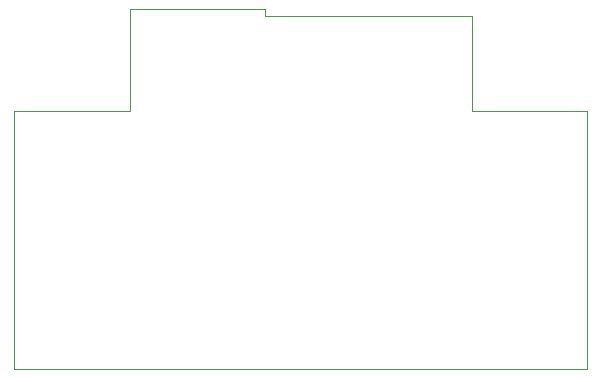
<source format=gbr>
%TF.GenerationSoftware,Altium Limited,Altium Designer,20.2.4 (192)*%
G04 Layer_Color=0*
%FSLAX26Y26*%
%MOIN*%
%TF.SameCoordinates,588C5E66-93D0-4E9F-B3F3-82FDCAC5A583*%
%TF.FilePolarity,Positive*%
%TF.FileFunction,Profile,NP*%
%TF.Part,Single*%
G01*
G75*
%TA.AperFunction,Profile*%
%ADD113C,0.001000*%
D113*
X0Y0D02*
Y860236D01*
X383858D01*
Y1200787D01*
X836614D01*
Y1177165D01*
X1525591D01*
Y860236D01*
X1909449D01*
Y0D01*
X0D01*
%TF.MD5,eb229fbbc65b2270a5a456b7a019065c*%
M02*

</source>
